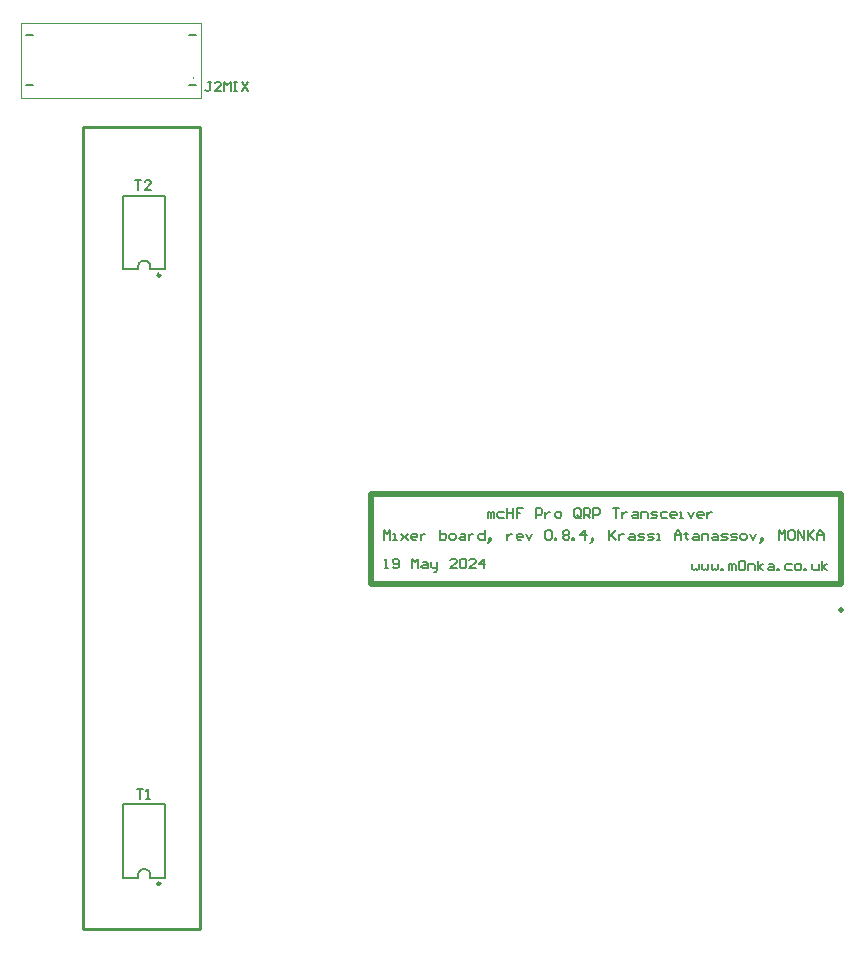
<source format=gto>
G04*
G04 #@! TF.GenerationSoftware,Altium Limited,Altium Designer,20.1.8 (145)*
G04*
G04 Layer_Color=52428*
%FSAX24Y24*%
%MOIN*%
G70*
G04*
G04 #@! TF.SameCoordinates,548E75E3-62BA-4D27-8EBC-4AC5D718A5B1*
G04*
G04*
G04 #@! TF.FilePolarity,Positive*
G04*
G01*
G75*
%ADD10C,0.0039*%
%ADD11C,0.0079*%
%ADD12C,0.0098*%
%ADD13C,0.0100*%
%ADD14C,0.0200*%
%ADD15C,0.0080*%
D10*
X011104Y032591D02*
G03*
X011104Y032551I000000J-000020D01*
G01*
D02*
G03*
X011104Y032591I000000J000020D01*
G01*
X005354Y031915D02*
Y034415D01*
X011354D01*
X005354Y031915D02*
X011354D01*
Y034415D01*
D11*
X009647Y005910D02*
G03*
X009265Y005911I-000191J000086D01*
G01*
X009647Y026190D02*
G03*
X009265Y026191I-000191J000086D01*
G01*
X010953Y032339D02*
X011189D01*
X010953Y033992D02*
X011189D01*
X005520D02*
X005756D01*
X005520Y032339D02*
X005756D01*
X008761Y005910D02*
Y008371D01*
X010139Y005910D02*
Y008371D01*
X008761D02*
X010139D01*
X008761Y005910D02*
X009253D01*
X009647D02*
X010139D01*
X008761Y026190D02*
Y028651D01*
X010139Y026190D02*
Y028651D01*
X008761D02*
X010139D01*
X008761Y026190D02*
X009253D01*
X009647D02*
X010139D01*
D12*
X009991Y005714D02*
G03*
X009991Y005714I-000049J000000D01*
G01*
Y025994D02*
G03*
X009991Y025994I-000049J000000D01*
G01*
D13*
X007410Y004210D02*
X011300D01*
X007410D02*
Y005500D01*
Y030920D02*
X011300D01*
X007410Y005500D02*
Y030920D01*
X011300Y004210D02*
Y030920D01*
D14*
X016999Y018690D02*
X032679D01*
X016999Y015710D02*
X032679D01*
X016999D02*
Y018690D01*
X032679Y015710D02*
Y018690D01*
X032670Y014833D02*
X032681Y014822D01*
D15*
X017440Y017170D02*
Y017490D01*
X017547Y017383D01*
X017653Y017490D01*
Y017170D01*
X017760D02*
X017867D01*
X017813D01*
Y017383D01*
X017760D01*
X018026D02*
X018240Y017170D01*
X018133Y017277D01*
X018240Y017383D01*
X018026Y017170D01*
X018506D02*
X018400D01*
X018346Y017223D01*
Y017330D01*
X018400Y017383D01*
X018506D01*
X018560Y017330D01*
Y017277D01*
X018346D01*
X018666Y017383D02*
Y017170D01*
Y017277D01*
X018720Y017330D01*
X018773Y017383D01*
X018826D01*
X019306Y017490D02*
Y017170D01*
X019466D01*
X019519Y017223D01*
Y017277D01*
Y017330D01*
X019466Y017383D01*
X019306D01*
X019679Y017170D02*
X019786D01*
X019839Y017223D01*
Y017330D01*
X019786Y017383D01*
X019679D01*
X019626Y017330D01*
Y017223D01*
X019679Y017170D01*
X019999Y017383D02*
X020106D01*
X020159Y017330D01*
Y017170D01*
X019999D01*
X019946Y017223D01*
X019999Y017277D01*
X020159D01*
X020266Y017383D02*
Y017170D01*
Y017277D01*
X020319Y017330D01*
X020372Y017383D01*
X020426D01*
X020799Y017490D02*
Y017170D01*
X020639D01*
X020586Y017223D01*
Y017330D01*
X020639Y017383D01*
X020799D01*
X020959Y017117D02*
X021012Y017170D01*
Y017223D01*
X020959D01*
Y017170D01*
X021012D01*
X020959Y017117D01*
X020906Y017063D01*
X021545Y017383D02*
Y017170D01*
Y017277D01*
X021599Y017330D01*
X021652Y017383D01*
X021705D01*
X022025Y017170D02*
X021919D01*
X021865Y017223D01*
Y017330D01*
X021919Y017383D01*
X022025D01*
X022079Y017330D01*
Y017277D01*
X021865D01*
X022185Y017383D02*
X022292Y017170D01*
X022398Y017383D01*
X022825Y017437D02*
X022878Y017490D01*
X022985D01*
X023038Y017437D01*
Y017223D01*
X022985Y017170D01*
X022878D01*
X022825Y017223D01*
Y017437D01*
X023145Y017170D02*
Y017223D01*
X023198D01*
Y017170D01*
X023145D01*
X023411Y017437D02*
X023465Y017490D01*
X023571D01*
X023625Y017437D01*
Y017383D01*
X023571Y017330D01*
X023625Y017277D01*
Y017223D01*
X023571Y017170D01*
X023465D01*
X023411Y017223D01*
Y017277D01*
X023465Y017330D01*
X023411Y017383D01*
Y017437D01*
X023465Y017330D02*
X023571D01*
X023731Y017170D02*
Y017223D01*
X023785D01*
Y017170D01*
X023731D01*
X024158D02*
Y017490D01*
X023998Y017330D01*
X024211D01*
X024371Y017117D02*
X024424Y017170D01*
Y017223D01*
X024371D01*
Y017170D01*
X024424D01*
X024371Y017117D01*
X024318Y017063D01*
X024958Y017490D02*
Y017170D01*
Y017277D01*
X025171Y017490D01*
X025011Y017330D01*
X025171Y017170D01*
X025277Y017383D02*
Y017170D01*
Y017277D01*
X025331Y017330D01*
X025384Y017383D01*
X025437D01*
X025651D02*
X025757D01*
X025811Y017330D01*
Y017170D01*
X025651D01*
X025597Y017223D01*
X025651Y017277D01*
X025811D01*
X025917Y017170D02*
X026077D01*
X026131Y017223D01*
X026077Y017277D01*
X025971D01*
X025917Y017330D01*
X025971Y017383D01*
X026131D01*
X026237Y017170D02*
X026397D01*
X026450Y017223D01*
X026397Y017277D01*
X026290D01*
X026237Y017330D01*
X026290Y017383D01*
X026450D01*
X026557Y017170D02*
X026664D01*
X026610D01*
Y017383D01*
X026557D01*
X027144Y017170D02*
Y017383D01*
X027250Y017490D01*
X027357Y017383D01*
Y017170D01*
Y017330D01*
X027144D01*
X027517Y017437D02*
Y017383D01*
X027463D01*
X027570D01*
X027517D01*
Y017223D01*
X027570Y017170D01*
X027783Y017383D02*
X027890D01*
X027943Y017330D01*
Y017170D01*
X027783D01*
X027730Y017223D01*
X027783Y017277D01*
X027943D01*
X028050Y017170D02*
Y017383D01*
X028210D01*
X028263Y017330D01*
Y017170D01*
X028423Y017383D02*
X028530D01*
X028583Y017330D01*
Y017170D01*
X028423D01*
X028370Y017223D01*
X028423Y017277D01*
X028583D01*
X028690Y017170D02*
X028850D01*
X028903Y017223D01*
X028850Y017277D01*
X028743D01*
X028690Y017330D01*
X028743Y017383D01*
X028903D01*
X029010Y017170D02*
X029170D01*
X029223Y017223D01*
X029170Y017277D01*
X029063D01*
X029010Y017330D01*
X029063Y017383D01*
X029223D01*
X029383Y017170D02*
X029489D01*
X029543Y017223D01*
Y017330D01*
X029489Y017383D01*
X029383D01*
X029330Y017330D01*
Y017223D01*
X029383Y017170D01*
X029649Y017383D02*
X029756Y017170D01*
X029863Y017383D01*
X030023Y017117D02*
X030076Y017170D01*
Y017223D01*
X030023D01*
Y017170D01*
X030076D01*
X030023Y017117D01*
X029969Y017063D01*
X030609Y017170D02*
Y017490D01*
X030716Y017383D01*
X030822Y017490D01*
Y017170D01*
X030929Y017437D02*
X030982Y017490D01*
X031089D01*
X031142Y017437D01*
Y017223D01*
X031089Y017170D01*
X030982D01*
X030929Y017223D01*
Y017437D01*
X031249Y017170D02*
Y017490D01*
X031462Y017170D01*
Y017490D01*
X031569D02*
Y017170D01*
Y017277D01*
X031782Y017490D01*
X031622Y017330D01*
X031782Y017170D01*
X031889D02*
Y017383D01*
X031995Y017490D01*
X032102Y017383D01*
Y017170D01*
Y017330D01*
X031889D01*
X027729Y016373D02*
Y016213D01*
X027783Y016160D01*
X027836Y016213D01*
X027889Y016160D01*
X027942Y016213D01*
Y016373D01*
X028049D02*
Y016213D01*
X028102Y016160D01*
X028156Y016213D01*
X028209Y016160D01*
X028262Y016213D01*
Y016373D01*
X028369D02*
Y016213D01*
X028422Y016160D01*
X028476Y016213D01*
X028529Y016160D01*
X028582Y016213D01*
Y016373D01*
X028689Y016160D02*
Y016213D01*
X028742D01*
Y016160D01*
X028689D01*
X028955D02*
Y016373D01*
X029009D01*
X029062Y016320D01*
Y016160D01*
Y016320D01*
X029115Y016373D01*
X029169Y016320D01*
Y016160D01*
X029275Y016427D02*
X029329Y016480D01*
X029435D01*
X029489Y016427D01*
Y016213D01*
X029435Y016160D01*
X029329D01*
X029275Y016213D01*
Y016427D01*
X029595Y016160D02*
Y016373D01*
X029755D01*
X029809Y016320D01*
Y016160D01*
X029915D02*
Y016480D01*
Y016267D02*
X030075Y016373D01*
X029915Y016267D02*
X030075Y016160D01*
X030288Y016373D02*
X030395D01*
X030448Y016320D01*
Y016160D01*
X030288D01*
X030235Y016213D01*
X030288Y016267D01*
X030448D01*
X030555Y016160D02*
Y016213D01*
X030608D01*
Y016160D01*
X030555D01*
X031035Y016373D02*
X030875D01*
X030822Y016320D01*
Y016213D01*
X030875Y016160D01*
X031035D01*
X031195D02*
X031301D01*
X031355Y016213D01*
Y016320D01*
X031301Y016373D01*
X031195D01*
X031141Y016320D01*
Y016213D01*
X031195Y016160D01*
X031461D02*
Y016213D01*
X031515D01*
Y016160D01*
X031461D01*
X031728Y016373D02*
Y016213D01*
X031781Y016160D01*
X031941D01*
Y016373D01*
X032048Y016160D02*
Y016480D01*
Y016267D02*
X032208Y016373D01*
X032048Y016267D02*
X032208Y016160D01*
X017470Y016220D02*
X017577D01*
X017523D01*
Y016540D01*
X017470Y016487D01*
X017737Y016273D02*
X017790Y016220D01*
X017897D01*
X017950Y016273D01*
Y016487D01*
X017897Y016540D01*
X017790D01*
X017737Y016487D01*
Y016433D01*
X017790Y016380D01*
X017950D01*
X018376Y016220D02*
Y016540D01*
X018483Y016433D01*
X018590Y016540D01*
Y016220D01*
X018750Y016433D02*
X018856D01*
X018910Y016380D01*
Y016220D01*
X018750D01*
X018696Y016273D01*
X018750Y016327D01*
X018910D01*
X019016Y016433D02*
Y016273D01*
X019069Y016220D01*
X019229D01*
Y016167D01*
X019176Y016113D01*
X019123D01*
X019229Y016220D02*
Y016433D01*
X019869Y016220D02*
X019656D01*
X019869Y016433D01*
Y016487D01*
X019816Y016540D01*
X019709D01*
X019656Y016487D01*
X019976D02*
X020029Y016540D01*
X020136D01*
X020189Y016487D01*
Y016273D01*
X020136Y016220D01*
X020029D01*
X019976Y016273D01*
Y016487D01*
X020509Y016220D02*
X020296D01*
X020509Y016433D01*
Y016487D01*
X020456Y016540D01*
X020349D01*
X020296Y016487D01*
X020776Y016220D02*
Y016540D01*
X020616Y016380D01*
X020829D01*
X020909Y017900D02*
Y018113D01*
X020963D01*
X021016Y018060D01*
Y017900D01*
Y018060D01*
X021069Y018113D01*
X021122Y018060D01*
Y017900D01*
X021442Y018113D02*
X021282D01*
X021229Y018060D01*
Y017953D01*
X021282Y017900D01*
X021442D01*
X021549Y018220D02*
Y017900D01*
Y018060D01*
X021762D01*
Y018220D01*
Y017900D01*
X022082Y018220D02*
X021869D01*
Y018060D01*
X021976D01*
X021869D01*
Y017900D01*
X022509D02*
Y018220D01*
X022669D01*
X022722Y018167D01*
Y018060D01*
X022669Y018007D01*
X022509D01*
X022829Y018113D02*
Y017900D01*
Y018007D01*
X022882Y018060D01*
X022935Y018113D01*
X022989D01*
X023202Y017900D02*
X023308D01*
X023362Y017953D01*
Y018060D01*
X023308Y018113D01*
X023202D01*
X023148Y018060D01*
Y017953D01*
X023202Y017900D01*
X024002Y017953D02*
Y018167D01*
X023948Y018220D01*
X023842D01*
X023788Y018167D01*
Y017953D01*
X023842Y017900D01*
X023948D01*
X023895Y018007D02*
X024002Y017900D01*
X023948D02*
X024002Y017953D01*
X024108Y017900D02*
Y018220D01*
X024268D01*
X024321Y018167D01*
Y018060D01*
X024268Y018007D01*
X024108D01*
X024215D02*
X024321Y017900D01*
X024428D02*
Y018220D01*
X024588D01*
X024641Y018167D01*
Y018060D01*
X024588Y018007D01*
X024428D01*
X025068Y018220D02*
X025281D01*
X025175D01*
Y017900D01*
X025388Y018113D02*
Y017900D01*
Y018007D01*
X025441Y018060D01*
X025494Y018113D01*
X025548D01*
X025761D02*
X025868D01*
X025921Y018060D01*
Y017900D01*
X025761D01*
X025708Y017953D01*
X025761Y018007D01*
X025921D01*
X026028Y017900D02*
Y018113D01*
X026188D01*
X026241Y018060D01*
Y017900D01*
X026347D02*
X026507D01*
X026561Y017953D01*
X026507Y018007D01*
X026401D01*
X026347Y018060D01*
X026401Y018113D01*
X026561D01*
X026881D02*
X026721D01*
X026667Y018060D01*
Y017953D01*
X026721Y017900D01*
X026881D01*
X027147D02*
X027041D01*
X026987Y017953D01*
Y018060D01*
X027041Y018113D01*
X027147D01*
X027201Y018060D01*
Y018007D01*
X026987D01*
X027307Y017900D02*
X027414D01*
X027360D01*
Y018113D01*
X027307D01*
X027574D02*
X027680Y017900D01*
X027787Y018113D01*
X028054Y017900D02*
X027947D01*
X027894Y017953D01*
Y018060D01*
X027947Y018113D01*
X028054D01*
X028107Y018060D01*
Y018007D01*
X027894D01*
X028214Y018113D02*
Y017900D01*
Y018007D01*
X028267Y018060D01*
X028320Y018113D01*
X028373D01*
X011694Y032450D02*
X011587D01*
X011640D01*
Y032183D01*
X011587Y032130D01*
X011534D01*
X011480Y032183D01*
X012013Y032130D02*
X011800D01*
X012013Y032343D01*
Y032397D01*
X011960Y032450D01*
X011853D01*
X011800Y032397D01*
X012120Y032130D02*
Y032450D01*
X012227Y032343D01*
X012333Y032450D01*
Y032130D01*
X012440Y032450D02*
X012547D01*
X012493D01*
Y032130D01*
X012440D01*
X012547D01*
X012707Y032450D02*
X012920Y032130D01*
Y032450D02*
X012707Y032130D01*
X009210Y008870D02*
X009423D01*
X009317D01*
Y008550D01*
X009530D02*
X009637D01*
X009583D01*
Y008870D01*
X009530Y008817D01*
X009150Y029170D02*
X009363D01*
X009257D01*
Y028850D01*
X009683D02*
X009470D01*
X009683Y029063D01*
Y029117D01*
X009630Y029170D01*
X009523D01*
X009470Y029117D01*
M02*

</source>
